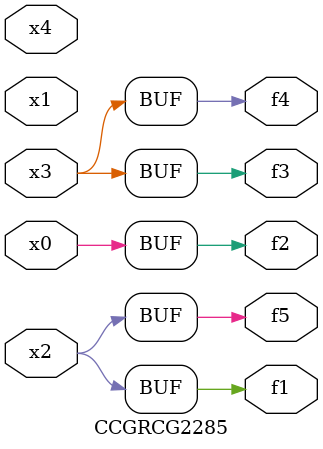
<source format=v>
module CCGRCG2285(
	input x0, x1, x2, x3, x4,
	output f1, f2, f3, f4, f5
);
	assign f1 = x2;
	assign f2 = x0;
	assign f3 = x3;
	assign f4 = x3;
	assign f5 = x2;
endmodule

</source>
